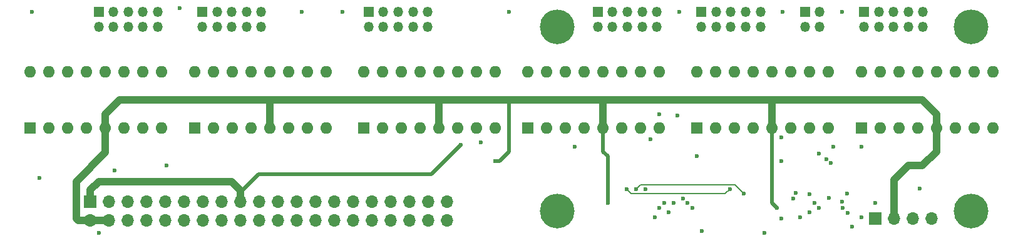
<source format=gbr>
%TF.GenerationSoftware,KiCad,Pcbnew,8.0.4+dfsg-1*%
%TF.CreationDate,2025-02-17T17:51:02+01:00*%
%TF.ProjectId,nixie-clock,6e697869-652d-4636-9c6f-636b2e6b6963,rev?*%
%TF.SameCoordinates,Original*%
%TF.FileFunction,Copper,L3,Inr*%
%TF.FilePolarity,Positive*%
%FSLAX46Y46*%
G04 Gerber Fmt 4.6, Leading zero omitted, Abs format (unit mm)*
G04 Created by KiCad (PCBNEW 8.0.4+dfsg-1) date 2025-02-17 17:51:02*
%MOMM*%
%LPD*%
G01*
G04 APERTURE LIST*
%TA.AperFunction,ComponentPad*%
%ADD10R,1.700000X1.700000*%
%TD*%
%TA.AperFunction,ComponentPad*%
%ADD11O,1.700000X1.700000*%
%TD*%
%TA.AperFunction,ComponentPad*%
%ADD12R,1.600000X1.600000*%
%TD*%
%TA.AperFunction,ComponentPad*%
%ADD13O,1.600000X1.600000*%
%TD*%
%TA.AperFunction,ComponentPad*%
%ADD14C,4.700000*%
%TD*%
%TA.AperFunction,ComponentPad*%
%ADD15R,1.350000X1.350000*%
%TD*%
%TA.AperFunction,ComponentPad*%
%ADD16O,1.350000X1.350000*%
%TD*%
%TA.AperFunction,ViaPad*%
%ADD17C,0.600000*%
%TD*%
%TA.AperFunction,Conductor*%
%ADD18C,1.000000*%
%TD*%
%TA.AperFunction,Conductor*%
%ADD19C,0.500000*%
%TD*%
%TA.AperFunction,Conductor*%
%ADD20C,0.200000*%
%TD*%
G04 APERTURE END LIST*
D10*
%TO.N,GND*%
%TO.C,J2*%
X193000000Y-117000000D03*
D11*
%TO.N,+5V*%
X195540000Y-117000000D03*
%TO.N,GND*%
X198080000Y-117000000D03*
%TO.N,+170*%
X200620000Y-117000000D03*
%TD*%
D12*
%TO.N,D4-8*%
%TO.C,U6*%
X146065000Y-104765000D03*
D13*
%TO.N,D4-9*%
X148605000Y-104765000D03*
%TO.N,4A*%
X151145000Y-104765000D03*
%TO.N,4D*%
X153685000Y-104765000D03*
%TO.N,+5V*%
X156225000Y-104765000D03*
%TO.N,4B*%
X158765000Y-104765000D03*
%TO.N,4C*%
X161305000Y-104765000D03*
%TO.N,D4-2*%
X163845000Y-104765000D03*
%TO.N,D4-3*%
X163845000Y-97145000D03*
%TO.N,D4-7*%
X161305000Y-97145000D03*
%TO.N,D4-6*%
X158765000Y-97145000D03*
%TO.N,GND*%
X156225000Y-97145000D03*
%TO.N,D4-4*%
X153685000Y-97145000D03*
%TO.N,D4-5*%
X151145000Y-97145000D03*
%TO.N,D4-1*%
X148605000Y-97145000D03*
%TO.N,D4-0*%
X146065000Y-97145000D03*
%TD*%
D12*
%TO.N,D6-8*%
%TO.C,U8*%
X191150000Y-104765000D03*
D13*
%TO.N,D6-9*%
X193690000Y-104765000D03*
%TO.N,6A*%
X196230000Y-104765000D03*
%TO.N,6D*%
X198770000Y-104765000D03*
%TO.N,+5V*%
X201310000Y-104765000D03*
%TO.N,6B*%
X203850000Y-104765000D03*
%TO.N,6C*%
X206390000Y-104765000D03*
%TO.N,D6-2*%
X208930000Y-104765000D03*
%TO.N,D6-3*%
X208930000Y-97145000D03*
%TO.N,D6-7*%
X206390000Y-97145000D03*
%TO.N,D6-6*%
X203850000Y-97145000D03*
%TO.N,GND*%
X201310000Y-97145000D03*
%TO.N,D6-4*%
X198770000Y-97145000D03*
%TO.N,D6-5*%
X196230000Y-97145000D03*
%TO.N,D6-1*%
X193690000Y-97145000D03*
%TO.N,D6-0*%
X191150000Y-97145000D03*
%TD*%
D12*
%TO.N,D1-8*%
%TO.C,U3*%
X78755000Y-104765000D03*
D13*
%TO.N,D1-9*%
X81295000Y-104765000D03*
%TO.N,1A*%
X83835000Y-104765000D03*
%TO.N,1D*%
X86375000Y-104765000D03*
%TO.N,+5V*%
X88915000Y-104765000D03*
%TO.N,1B*%
X91455000Y-104765000D03*
%TO.N,1C*%
X93995000Y-104765000D03*
%TO.N,D1-2*%
X96535000Y-104765000D03*
%TO.N,D1-3*%
X96535000Y-97145000D03*
%TO.N,D1-7*%
X93995000Y-97145000D03*
%TO.N,D1-6*%
X91455000Y-97145000D03*
%TO.N,GND*%
X88915000Y-97145000D03*
%TO.N,D1-4*%
X86375000Y-97145000D03*
%TO.N,D1-5*%
X83835000Y-97145000D03*
%TO.N,D1-1*%
X81295000Y-97145000D03*
%TO.N,D1-0*%
X78755000Y-97145000D03*
%TD*%
D12*
%TO.N,D3-8*%
%TO.C,U2*%
X123840000Y-104755000D03*
D13*
%TO.N,D3-9*%
X126380000Y-104755000D03*
%TO.N,3A*%
X128920000Y-104755000D03*
%TO.N,3D*%
X131460000Y-104755000D03*
%TO.N,+5V*%
X134000000Y-104755000D03*
%TO.N,3B*%
X136540000Y-104755000D03*
%TO.N,3C*%
X139080000Y-104755000D03*
%TO.N,D3-2*%
X141620000Y-104755000D03*
%TO.N,D3-3*%
X141620000Y-97135000D03*
%TO.N,D3-7*%
X139080000Y-97135000D03*
%TO.N,D3-6*%
X136540000Y-97135000D03*
%TO.N,GND*%
X134000000Y-97135000D03*
%TO.N,D3-4*%
X131460000Y-97135000D03*
%TO.N,D3-5*%
X128920000Y-97135000D03*
%TO.N,D3-1*%
X126380000Y-97135000D03*
%TO.N,D3-0*%
X123840000Y-97135000D03*
%TD*%
D14*
%TO.N,GND*%
%TO.C,H1*%
X206000000Y-116000000D03*
%TD*%
%TO.N,GND*%
%TO.C,H2*%
X206000000Y-91000000D03*
%TD*%
D12*
%TO.N,D5-8*%
%TO.C,U7*%
X168925000Y-104765000D03*
D13*
%TO.N,D5-9*%
X171465000Y-104765000D03*
%TO.N,5A*%
X174005000Y-104765000D03*
%TO.N,5D*%
X176545000Y-104765000D03*
%TO.N,+5V*%
X179085000Y-104765000D03*
%TO.N,5B*%
X181625000Y-104765000D03*
%TO.N,5C*%
X184165000Y-104765000D03*
%TO.N,D5-2*%
X186705000Y-104765000D03*
%TO.N,D5-3*%
X186705000Y-97145000D03*
%TO.N,D5-7*%
X184165000Y-97145000D03*
%TO.N,D5-6*%
X181625000Y-97145000D03*
%TO.N,GND*%
X179085000Y-97145000D03*
%TO.N,D5-4*%
X176545000Y-97145000D03*
%TO.N,D5-5*%
X174005000Y-97145000D03*
%TO.N,D5-1*%
X171465000Y-97145000D03*
%TO.N,D5-0*%
X168925000Y-97145000D03*
%TD*%
D14*
%TO.N,GND*%
%TO.C,H4*%
X150000000Y-116000000D03*
%TD*%
D12*
%TO.N,D2-8*%
%TO.C,U5*%
X100980000Y-104765000D03*
D13*
%TO.N,D2-9*%
X103520000Y-104765000D03*
%TO.N,2A*%
X106060000Y-104765000D03*
%TO.N,2D*%
X108600000Y-104765000D03*
%TO.N,+5V*%
X111140000Y-104765000D03*
%TO.N,2B*%
X113680000Y-104765000D03*
%TO.N,2C*%
X116220000Y-104765000D03*
%TO.N,D2-2*%
X118760000Y-104765000D03*
%TO.N,D2-3*%
X118760000Y-97145000D03*
%TO.N,D2-7*%
X116220000Y-97145000D03*
%TO.N,D2-6*%
X113680000Y-97145000D03*
%TO.N,GND*%
X111140000Y-97145000D03*
%TO.N,D2-4*%
X108600000Y-97145000D03*
%TO.N,D2-5*%
X106060000Y-97145000D03*
%TO.N,D2-1*%
X103520000Y-97145000D03*
%TO.N,D2-0*%
X100980000Y-97145000D03*
%TD*%
D10*
%TO.N,+3V3*%
%TO.C,J1*%
X86870000Y-114730000D03*
D11*
%TO.N,+5V*%
X86870000Y-117270000D03*
%TO.N,Net-(J1-SDA{slash}GPIO2)*%
X89410000Y-114730000D03*
%TO.N,+5V*%
X89410000Y-117270000D03*
%TO.N,Net-(J1-SCL{slash}GPIO3)*%
X91950000Y-114730000D03*
%TO.N,GND*%
X91950000Y-117270000D03*
%TO.N,unconnected-(J1-GCLK0{slash}GPIO4-Pad7)*%
X94490000Y-114730000D03*
%TO.N,unconnected-(J1-GPIO14{slash}TXD-Pad8)*%
X94490000Y-117270000D03*
%TO.N,GND*%
X97030000Y-114730000D03*
%TO.N,unconnected-(J1-GPIO15{slash}RXD-Pad10)*%
X97030000Y-117270000D03*
%TO.N,unconnected-(J1-GPIO17-Pad11)*%
X99570000Y-114730000D03*
%TO.N,PWM*%
X99570000Y-117270000D03*
%TO.N,unconnected-(J1-GPIO27-Pad13)*%
X102110000Y-114730000D03*
%TO.N,GND*%
X102110000Y-117270000D03*
%TO.N,unconnected-(J1-GPIO22-Pad15)*%
X104650000Y-114730000D03*
%TO.N,unconnected-(J1-GPIO23-Pad16)*%
X104650000Y-117270000D03*
%TO.N,+3V3*%
X107190000Y-114730000D03*
%TO.N,unconnected-(J1-GPIO24-Pad18)*%
X107190000Y-117270000D03*
%TO.N,unconnected-(J1-MOSI0{slash}GPIO10-Pad19)*%
X109730000Y-114730000D03*
%TO.N,GND*%
X109730000Y-117270000D03*
%TO.N,unconnected-(J1-MISO0{slash}GPIO9-Pad21)*%
X112270000Y-114730000D03*
%TO.N,unconnected-(J1-GPIO25-Pad22)*%
X112270000Y-117270000D03*
%TO.N,unconnected-(J1-SCLK0{slash}GPIO11-Pad23)*%
X114810000Y-114730000D03*
%TO.N,unconnected-(J1-~{CE0}{slash}GPIO8-Pad24)*%
X114810000Y-117270000D03*
%TO.N,GND*%
X117350000Y-114730000D03*
%TO.N,unconnected-(J1-~{CE1}{slash}GPIO7-Pad26)*%
X117350000Y-117270000D03*
%TO.N,unconnected-(J1-ID_SD{slash}GPIO0-Pad27)*%
X119890000Y-114730000D03*
%TO.N,unconnected-(J1-ID_SC{slash}GPIO1-Pad28)*%
X119890000Y-117270000D03*
%TO.N,unconnected-(J1-GCLK1{slash}GPIO5-Pad29)*%
X122430000Y-114730000D03*
%TO.N,GND*%
X122430000Y-117270000D03*
%TO.N,unconnected-(J1-GCLK2{slash}GPIO6-Pad31)*%
X124970000Y-114730000D03*
%TO.N,unconnected-(J1-PWM0{slash}GPIO12-Pad32)*%
X124970000Y-117270000D03*
%TO.N,unconnected-(J1-PWM1{slash}GPIO13-Pad33)*%
X127510000Y-114730000D03*
%TO.N,GND*%
X127510000Y-117270000D03*
%TO.N,unconnected-(J1-GPIO19{slash}MISO1-Pad35)*%
X130050000Y-114730000D03*
%TO.N,unconnected-(J1-GPIO16-Pad36)*%
X130050000Y-117270000D03*
%TO.N,unconnected-(J1-GPIO26-Pad37)*%
X132590000Y-114730000D03*
%TO.N,unconnected-(J1-GPIO20{slash}MOSI1-Pad38)*%
X132590000Y-117270000D03*
%TO.N,GND*%
X135130000Y-114730000D03*
%TO.N,unconnected-(J1-GPIO21{slash}SCLK1-Pad40)*%
X135130000Y-117270000D03*
%TD*%
D14*
%TO.N,GND*%
%TO.C,H3*%
X150000000Y-91000000D03*
%TD*%
D15*
%TO.N,D2-0*%
%TO.C,J5*%
X102000000Y-89000000D03*
D16*
%TO.N,D2-1*%
X102000000Y-91000000D03*
%TO.N,D2-5*%
X104000000Y-89000000D03*
%TO.N,D2-4*%
X104000000Y-91000000D03*
%TO.N,D2-8*%
X106000000Y-89000000D03*
%TO.N,D2-9*%
X106000000Y-91000000D03*
%TO.N,D2-6*%
X108000000Y-89000000D03*
%TO.N,D2-7*%
X108000000Y-91000000D03*
%TO.N,D2-2*%
X110000000Y-89000000D03*
%TO.N,D2-3*%
X110000000Y-91000000D03*
%TD*%
D15*
%TO.N,D4-0*%
%TO.C,J7*%
X155500000Y-89000000D03*
D16*
%TO.N,D4-1*%
X155500000Y-91000000D03*
%TO.N,D4-5*%
X157500000Y-89000000D03*
%TO.N,D4-4*%
X157500000Y-91000000D03*
%TO.N,D4-8*%
X159500000Y-89000000D03*
%TO.N,D4-9*%
X159500000Y-91000000D03*
%TO.N,D4-6*%
X161500000Y-89000000D03*
%TO.N,D4-7*%
X161500000Y-91000000D03*
%TO.N,D4-2*%
X163500000Y-89000000D03*
%TO.N,D4-3*%
X163500000Y-91000000D03*
%TD*%
D15*
%TO.N,D1-0*%
%TO.C,J3*%
X88000000Y-89000000D03*
D16*
%TO.N,D1-1*%
X88000000Y-91000000D03*
%TO.N,D1-5*%
X90000000Y-89000000D03*
%TO.N,D1-4*%
X90000000Y-91000000D03*
%TO.N,D1-8*%
X92000000Y-89000000D03*
%TO.N,D1-9*%
X92000000Y-91000000D03*
%TO.N,D1-6*%
X94000000Y-89000000D03*
%TO.N,D1-7*%
X94000000Y-91000000D03*
%TO.N,D1-2*%
X96000000Y-89000000D03*
%TO.N,D1-3*%
X96000000Y-91000000D03*
%TD*%
D15*
%TO.N,D6-0*%
%TO.C,J9*%
X191500000Y-89000000D03*
D16*
%TO.N,D6-1*%
X191500000Y-91000000D03*
%TO.N,D6-5*%
X193500000Y-89000000D03*
%TO.N,D6-4*%
X193500000Y-91000000D03*
%TO.N,D6-8*%
X195500000Y-89000000D03*
%TO.N,D6-9*%
X195500000Y-91000000D03*
%TO.N,D6-6*%
X197500000Y-89000000D03*
%TO.N,D6-7*%
X197500000Y-91000000D03*
%TO.N,D6-2*%
X199500000Y-89000000D03*
%TO.N,D6-3*%
X199500000Y-91000000D03*
%TD*%
D15*
%TO.N,D3-0*%
%TO.C,J6*%
X124500000Y-89000000D03*
D16*
%TO.N,D3-1*%
X124500000Y-91000000D03*
%TO.N,D3-5*%
X126500000Y-89000000D03*
%TO.N,D3-4*%
X126500000Y-91000000D03*
%TO.N,D3-8*%
X128500000Y-89000000D03*
%TO.N,D3-9*%
X128500000Y-91000000D03*
%TO.N,D3-6*%
X130500000Y-89000000D03*
%TO.N,D3-7*%
X130500000Y-91000000D03*
%TO.N,D3-2*%
X132500000Y-89000000D03*
%TO.N,D3-3*%
X132500000Y-91000000D03*
%TD*%
D15*
%TO.N,ANODE*%
%TO.C,J4*%
X183500000Y-89000000D03*
D16*
X183500000Y-91000000D03*
%TO.N,GND*%
X185500000Y-89000000D03*
X185500000Y-91000000D03*
%TD*%
D15*
%TO.N,D5-0*%
%TO.C,J8*%
X169500000Y-89000000D03*
D16*
%TO.N,D5-1*%
X169500000Y-91000000D03*
%TO.N,D5-5*%
X171500000Y-89000000D03*
%TO.N,D5-4*%
X171500000Y-91000000D03*
%TO.N,D5-8*%
X173500000Y-89000000D03*
%TO.N,D5-9*%
X173500000Y-91000000D03*
%TO.N,D5-6*%
X175500000Y-89000000D03*
%TO.N,D5-7*%
X175500000Y-91000000D03*
%TO.N,D5-2*%
X177500000Y-89000000D03*
%TO.N,D5-3*%
X177500000Y-91000000D03*
%TD*%
D17*
%TO.N,+5V*%
X141605000Y-109220000D03*
X179705000Y-115570000D03*
X156845000Y-114935000D03*
%TO.N,GND*%
X162600000Y-106300000D03*
X188500000Y-89000000D03*
X166300000Y-103100000D03*
X180340000Y-106045000D03*
X115500000Y-89000000D03*
X143500000Y-89000000D03*
X178000000Y-119000000D03*
X193040000Y-114935000D03*
X139700000Y-106680000D03*
X80000000Y-111500000D03*
X152400000Y-107315000D03*
X180340000Y-109220000D03*
X161925000Y-113030000D03*
X180300000Y-117000000D03*
X169600000Y-118700000D03*
X88000000Y-119000000D03*
X191135000Y-116840000D03*
X121000000Y-89000000D03*
X166500000Y-89000000D03*
X168900000Y-108600000D03*
X99000000Y-88500000D03*
X180500000Y-89000000D03*
X79000000Y-89000000D03*
%TO.N,+3V3*%
X137000000Y-107000000D03*
%TO.N,Net-(J1-SCL{slash}GPIO3)*%
X90170000Y-110490000D03*
%TO.N,Net-(J1-SDA{slash}GPIO2)*%
X97155000Y-109855000D03*
%TO.N,PWM*%
X189865000Y-118110000D03*
%TO.N,2D*%
X168275000Y-115570000D03*
%TO.N,1C*%
X164465000Y-114935000D03*
%TO.N,2A*%
X165735000Y-114935000D03*
%TO.N,1A*%
X163195000Y-116840000D03*
%TO.N,1D*%
X165100000Y-116205000D03*
%TO.N,1B*%
X163830000Y-115570000D03*
%TO.N,2C*%
X167640000Y-114935000D03*
%TO.N,2B*%
X167005000Y-114300000D03*
%TO.N,4C*%
X189230000Y-113665000D03*
X184785000Y-114935000D03*
%TO.N,4D*%
X188570737Y-114745734D03*
X163830000Y-102870000D03*
X185420000Y-115570000D03*
%TO.N,4A*%
X189299313Y-116274313D03*
X182880000Y-116840000D03*
%TO.N,4B*%
X184150000Y-116205000D03*
X188595000Y-115570000D03*
%TO.N,5D*%
X182274265Y-113529265D03*
%TO.N,5C*%
X186790000Y-114200000D03*
%TO.N,5A*%
X181935000Y-114300000D03*
%TO.N,5B*%
X184142662Y-113687724D03*
%TO.N,6B*%
X187040000Y-109500000D03*
%TO.N,6D*%
X185420000Y-108193497D03*
%TO.N,6C*%
X186425421Y-108987851D03*
%TO.N,6A*%
X187325000Y-107315000D03*
%TO.N,I2C_SDA*%
X159385000Y-113030000D03*
X173355000Y-113030000D03*
%TO.N,I2C_SCL*%
X160655000Y-113030000D03*
X175260000Y-113665000D03*
%TO.N,ANODE*%
X191135000Y-107315000D03*
X199000000Y-113000000D03*
%TD*%
D18*
%TO.N,+5V*%
X134000000Y-104755000D02*
X134000000Y-100980000D01*
X156225000Y-100980000D02*
X156210000Y-100965000D01*
X143510000Y-100965000D02*
X156210000Y-100965000D01*
D19*
X156225000Y-107300000D02*
X156225000Y-104765000D01*
D18*
X88915000Y-108085000D02*
X85000000Y-112000000D01*
D19*
X143510000Y-107950000D02*
X143510000Y-100965000D01*
D18*
X90805000Y-100965000D02*
X111125000Y-100965000D01*
D19*
X156845000Y-114935000D02*
X156845000Y-108585000D01*
D18*
X156210000Y-100965000D02*
X179070000Y-100965000D01*
X179085000Y-100980000D02*
X179070000Y-100965000D01*
X201310000Y-107935000D02*
X201310000Y-104765000D01*
D19*
X141605000Y-109220000D02*
X142240000Y-109220000D01*
D18*
X156225000Y-104765000D02*
X156225000Y-100980000D01*
X199390000Y-109855000D02*
X201310000Y-107935000D01*
X111125000Y-100965000D02*
X133985000Y-100965000D01*
X179085000Y-104765000D02*
X179085000Y-100980000D01*
X88915000Y-104765000D02*
X88915000Y-108085000D01*
X111140000Y-104765000D02*
X111140000Y-100980000D01*
X195540000Y-117000000D02*
X195540000Y-111800000D01*
X134000000Y-100980000D02*
X133985000Y-100965000D01*
X85000000Y-117000000D02*
X85270000Y-117270000D01*
D19*
X156845000Y-108585000D02*
X156210000Y-107950000D01*
D18*
X88915000Y-102855000D02*
X90805000Y-100965000D01*
D19*
X156210000Y-107315000D02*
X156225000Y-107300000D01*
D18*
X195540000Y-111800000D02*
X197485000Y-109855000D01*
D19*
X142240000Y-109220000D02*
X143510000Y-107950000D01*
D18*
X199390000Y-100965000D02*
X201310000Y-102885000D01*
X133985000Y-100965000D02*
X143510000Y-100965000D01*
X111140000Y-100980000D02*
X111125000Y-100965000D01*
D19*
X156210000Y-107950000D02*
X156210000Y-107315000D01*
D18*
X85270000Y-117270000D02*
X86870000Y-117270000D01*
X88915000Y-104765000D02*
X88915000Y-102855000D01*
X201310000Y-102885000D02*
X201310000Y-104765000D01*
D19*
X179085000Y-114950000D02*
X179085000Y-104765000D01*
D18*
X89410000Y-117270000D02*
X86870000Y-117270000D01*
X85000000Y-112000000D02*
X85000000Y-117000000D01*
X197485000Y-109855000D02*
X199390000Y-109855000D01*
D19*
X179705000Y-115570000D02*
X179085000Y-114950000D01*
D18*
X179070000Y-100965000D02*
X199390000Y-100965000D01*
D19*
%TO.N,+3V3*%
X107190000Y-114730000D02*
X107190000Y-113435000D01*
D18*
X107190000Y-113190000D02*
X106000000Y-112000000D01*
X106000000Y-112000000D02*
X88000000Y-112000000D01*
X107190000Y-114730000D02*
X107190000Y-113190000D01*
X86870000Y-113130000D02*
X88000000Y-112000000D01*
D19*
X109625000Y-111000000D02*
X133000000Y-111000000D01*
X107190000Y-113435000D02*
X109625000Y-111000000D01*
X133000000Y-111000000D02*
X137000000Y-107000000D01*
D18*
X86870000Y-114730000D02*
X86870000Y-113130000D01*
D20*
%TO.N,I2C_SDA*%
X159385000Y-113030000D02*
X160020000Y-113665000D01*
X160020000Y-113665000D02*
X172720000Y-113665000D01*
X172720000Y-113665000D02*
X173355000Y-113030000D01*
%TO.N,I2C_SCL*%
X161255000Y-112430000D02*
X174025000Y-112430000D01*
X174025000Y-112430000D02*
X175260000Y-113665000D01*
X160655000Y-113030000D02*
X161255000Y-112430000D01*
%TD*%
M02*

</source>
